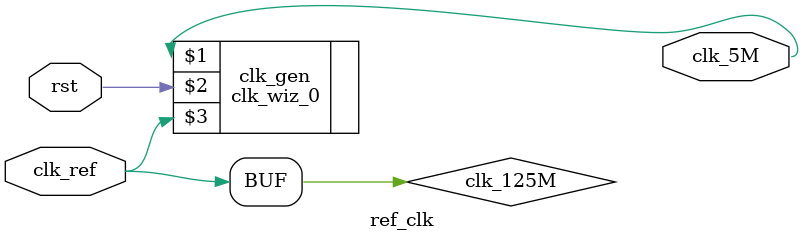
<source format=v>
`timescale 1ns / 1ps

module ref_clk(
    input clk_ref,
    input rst,
    output clk_5M
);

    wire clk_125M = clk_ref;

    clk_wiz_0 clk_gen (clk_5M, rst, clk_125M);

endmodule


</source>
